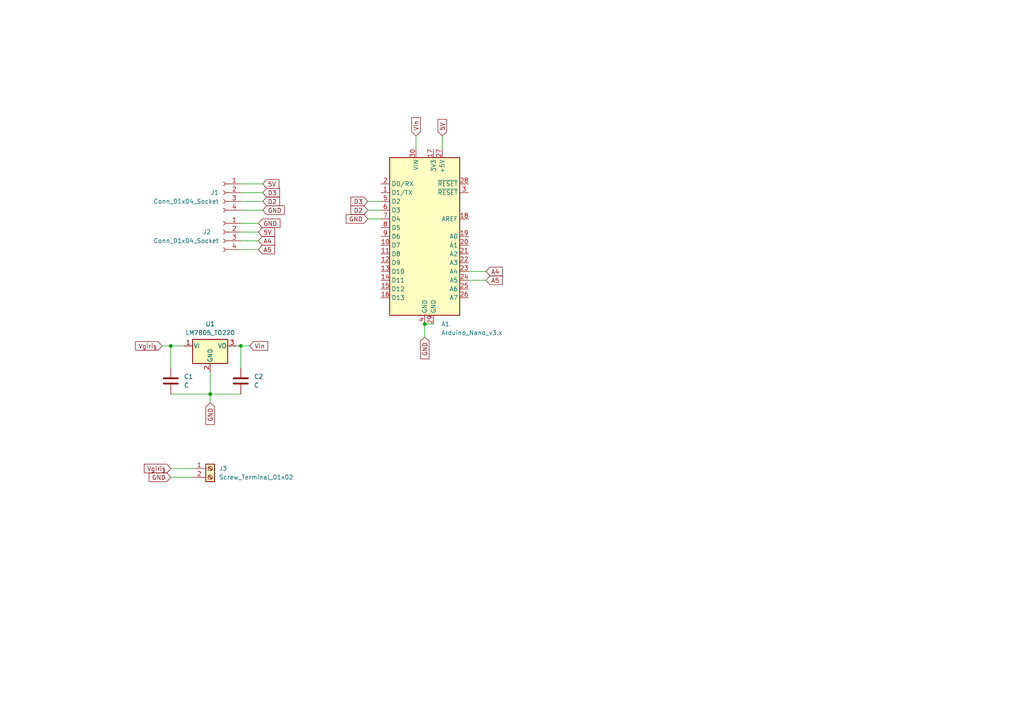
<source format=kicad_sch>
(kicad_sch
	(version 20231120)
	(generator "eeschema")
	(generator_version "8.0")
	(uuid "45a555b6-07c7-47e9-a2c1-2a3c5137c716")
	(paper "A4")
	(lib_symbols
		(symbol "Connector:Conn_01x04_Socket"
			(pin_names
				(offset 1.016) hide)
			(exclude_from_sim no)
			(in_bom yes)
			(on_board yes)
			(property "Reference" "J"
				(at 0 5.08 0)
				(effects
					(font
						(size 1.27 1.27)
					)
				)
			)
			(property "Value" "Conn_01x04_Socket"
				(at 0 -7.62 0)
				(effects
					(font
						(size 1.27 1.27)
					)
				)
			)
			(property "Footprint" ""
				(at 0 0 0)
				(effects
					(font
						(size 1.27 1.27)
					)
					(hide yes)
				)
			)
			(property "Datasheet" "~"
				(at 0 0 0)
				(effects
					(font
						(size 1.27 1.27)
					)
					(hide yes)
				)
			)
			(property "Description" "Generic connector, single row, 01x04, script generated"
				(at 0 0 0)
				(effects
					(font
						(size 1.27 1.27)
					)
					(hide yes)
				)
			)
			(property "ki_locked" ""
				(at 0 0 0)
				(effects
					(font
						(size 1.27 1.27)
					)
				)
			)
			(property "ki_keywords" "connector"
				(at 0 0 0)
				(effects
					(font
						(size 1.27 1.27)
					)
					(hide yes)
				)
			)
			(property "ki_fp_filters" "Connector*:*_1x??_*"
				(at 0 0 0)
				(effects
					(font
						(size 1.27 1.27)
					)
					(hide yes)
				)
			)
			(symbol "Conn_01x04_Socket_1_1"
				(arc
					(start 0 -4.572)
					(mid -0.5058 -5.08)
					(end 0 -5.588)
					(stroke
						(width 0.1524)
						(type default)
					)
					(fill
						(type none)
					)
				)
				(arc
					(start 0 -2.032)
					(mid -0.5058 -2.54)
					(end 0 -3.048)
					(stroke
						(width 0.1524)
						(type default)
					)
					(fill
						(type none)
					)
				)
				(polyline
					(pts
						(xy -1.27 -5.08) (xy -0.508 -5.08)
					)
					(stroke
						(width 0.1524)
						(type default)
					)
					(fill
						(type none)
					)
				)
				(polyline
					(pts
						(xy -1.27 -2.54) (xy -0.508 -2.54)
					)
					(stroke
						(width 0.1524)
						(type default)
					)
					(fill
						(type none)
					)
				)
				(polyline
					(pts
						(xy -1.27 0) (xy -0.508 0)
					)
					(stroke
						(width 0.1524)
						(type default)
					)
					(fill
						(type none)
					)
				)
				(polyline
					(pts
						(xy -1.27 2.54) (xy -0.508 2.54)
					)
					(stroke
						(width 0.1524)
						(type default)
					)
					(fill
						(type none)
					)
				)
				(arc
					(start 0 0.508)
					(mid -0.5058 0)
					(end 0 -0.508)
					(stroke
						(width 0.1524)
						(type default)
					)
					(fill
						(type none)
					)
				)
				(arc
					(start 0 3.048)
					(mid -0.5058 2.54)
					(end 0 2.032)
					(stroke
						(width 0.1524)
						(type default)
					)
					(fill
						(type none)
					)
				)
				(pin passive line
					(at -5.08 2.54 0)
					(length 3.81)
					(name "Pin_1"
						(effects
							(font
								(size 1.27 1.27)
							)
						)
					)
					(number "1"
						(effects
							(font
								(size 1.27 1.27)
							)
						)
					)
				)
				(pin passive line
					(at -5.08 0 0)
					(length 3.81)
					(name "Pin_2"
						(effects
							(font
								(size 1.27 1.27)
							)
						)
					)
					(number "2"
						(effects
							(font
								(size 1.27 1.27)
							)
						)
					)
				)
				(pin passive line
					(at -5.08 -2.54 0)
					(length 3.81)
					(name "Pin_3"
						(effects
							(font
								(size 1.27 1.27)
							)
						)
					)
					(number "3"
						(effects
							(font
								(size 1.27 1.27)
							)
						)
					)
				)
				(pin passive line
					(at -5.08 -5.08 0)
					(length 3.81)
					(name "Pin_4"
						(effects
							(font
								(size 1.27 1.27)
							)
						)
					)
					(number "4"
						(effects
							(font
								(size 1.27 1.27)
							)
						)
					)
				)
			)
		)
		(symbol "Connector:Screw_Terminal_01x02"
			(pin_names
				(offset 1.016) hide)
			(exclude_from_sim no)
			(in_bom yes)
			(on_board yes)
			(property "Reference" "J"
				(at 0 2.54 0)
				(effects
					(font
						(size 1.27 1.27)
					)
				)
			)
			(property "Value" "Screw_Terminal_01x02"
				(at 0 -5.08 0)
				(effects
					(font
						(size 1.27 1.27)
					)
				)
			)
			(property "Footprint" ""
				(at 0 0 0)
				(effects
					(font
						(size 1.27 1.27)
					)
					(hide yes)
				)
			)
			(property "Datasheet" "~"
				(at 0 0 0)
				(effects
					(font
						(size 1.27 1.27)
					)
					(hide yes)
				)
			)
			(property "Description" "Generic screw terminal, single row, 01x02, script generated (kicad-library-utils/schlib/autogen/connector/)"
				(at 0 0 0)
				(effects
					(font
						(size 1.27 1.27)
					)
					(hide yes)
				)
			)
			(property "ki_keywords" "screw terminal"
				(at 0 0 0)
				(effects
					(font
						(size 1.27 1.27)
					)
					(hide yes)
				)
			)
			(property "ki_fp_filters" "TerminalBlock*:*"
				(at 0 0 0)
				(effects
					(font
						(size 1.27 1.27)
					)
					(hide yes)
				)
			)
			(symbol "Screw_Terminal_01x02_1_1"
				(rectangle
					(start -1.27 1.27)
					(end 1.27 -3.81)
					(stroke
						(width 0.254)
						(type default)
					)
					(fill
						(type background)
					)
				)
				(circle
					(center 0 -2.54)
					(radius 0.635)
					(stroke
						(width 0.1524)
						(type default)
					)
					(fill
						(type none)
					)
				)
				(polyline
					(pts
						(xy -0.5334 -2.2098) (xy 0.3302 -3.048)
					)
					(stroke
						(width 0.1524)
						(type default)
					)
					(fill
						(type none)
					)
				)
				(polyline
					(pts
						(xy -0.5334 0.3302) (xy 0.3302 -0.508)
					)
					(stroke
						(width 0.1524)
						(type default)
					)
					(fill
						(type none)
					)
				)
				(polyline
					(pts
						(xy -0.3556 -2.032) (xy 0.508 -2.8702)
					)
					(stroke
						(width 0.1524)
						(type default)
					)
					(fill
						(type none)
					)
				)
				(polyline
					(pts
						(xy -0.3556 0.508) (xy 0.508 -0.3302)
					)
					(stroke
						(width 0.1524)
						(type default)
					)
					(fill
						(type none)
					)
				)
				(circle
					(center 0 0)
					(radius 0.635)
					(stroke
						(width 0.1524)
						(type default)
					)
					(fill
						(type none)
					)
				)
				(pin passive line
					(at -5.08 0 0)
					(length 3.81)
					(name "Pin_1"
						(effects
							(font
								(size 1.27 1.27)
							)
						)
					)
					(number "1"
						(effects
							(font
								(size 1.27 1.27)
							)
						)
					)
				)
				(pin passive line
					(at -5.08 -2.54 0)
					(length 3.81)
					(name "Pin_2"
						(effects
							(font
								(size 1.27 1.27)
							)
						)
					)
					(number "2"
						(effects
							(font
								(size 1.27 1.27)
							)
						)
					)
				)
			)
		)
		(symbol "Device:C"
			(pin_numbers hide)
			(pin_names
				(offset 0.254)
			)
			(exclude_from_sim no)
			(in_bom yes)
			(on_board yes)
			(property "Reference" "C"
				(at 0.635 2.54 0)
				(effects
					(font
						(size 1.27 1.27)
					)
					(justify left)
				)
			)
			(property "Value" "C"
				(at 0.635 -2.54 0)
				(effects
					(font
						(size 1.27 1.27)
					)
					(justify left)
				)
			)
			(property "Footprint" ""
				(at 0.9652 -3.81 0)
				(effects
					(font
						(size 1.27 1.27)
					)
					(hide yes)
				)
			)
			(property "Datasheet" "~"
				(at 0 0 0)
				(effects
					(font
						(size 1.27 1.27)
					)
					(hide yes)
				)
			)
			(property "Description" "Unpolarized capacitor"
				(at 0 0 0)
				(effects
					(font
						(size 1.27 1.27)
					)
					(hide yes)
				)
			)
			(property "ki_keywords" "cap capacitor"
				(at 0 0 0)
				(effects
					(font
						(size 1.27 1.27)
					)
					(hide yes)
				)
			)
			(property "ki_fp_filters" "C_*"
				(at 0 0 0)
				(effects
					(font
						(size 1.27 1.27)
					)
					(hide yes)
				)
			)
			(symbol "C_0_1"
				(polyline
					(pts
						(xy -2.032 -0.762) (xy 2.032 -0.762)
					)
					(stroke
						(width 0.508)
						(type default)
					)
					(fill
						(type none)
					)
				)
				(polyline
					(pts
						(xy -2.032 0.762) (xy 2.032 0.762)
					)
					(stroke
						(width 0.508)
						(type default)
					)
					(fill
						(type none)
					)
				)
			)
			(symbol "C_1_1"
				(pin passive line
					(at 0 3.81 270)
					(length 2.794)
					(name "~"
						(effects
							(font
								(size 1.27 1.27)
							)
						)
					)
					(number "1"
						(effects
							(font
								(size 1.27 1.27)
							)
						)
					)
				)
				(pin passive line
					(at 0 -3.81 90)
					(length 2.794)
					(name "~"
						(effects
							(font
								(size 1.27 1.27)
							)
						)
					)
					(number "2"
						(effects
							(font
								(size 1.27 1.27)
							)
						)
					)
				)
			)
		)
		(symbol "MCU_Module:Arduino_Nano_v3.x"
			(exclude_from_sim no)
			(in_bom yes)
			(on_board yes)
			(property "Reference" "A"
				(at -10.16 23.495 0)
				(effects
					(font
						(size 1.27 1.27)
					)
					(justify left bottom)
				)
			)
			(property "Value" "Arduino_Nano_v3.x"
				(at 5.08 -24.13 0)
				(effects
					(font
						(size 1.27 1.27)
					)
					(justify left top)
				)
			)
			(property "Footprint" "Module:Arduino_Nano"
				(at 0 0 0)
				(effects
					(font
						(size 1.27 1.27)
						(italic yes)
					)
					(hide yes)
				)
			)
			(property "Datasheet" "http://www.mouser.com/pdfdocs/Gravitech_Arduino_Nano3_0.pdf"
				(at 0 0 0)
				(effects
					(font
						(size 1.27 1.27)
					)
					(hide yes)
				)
			)
			(property "Description" "Arduino Nano v3.x"
				(at 0 0 0)
				(effects
					(font
						(size 1.27 1.27)
					)
					(hide yes)
				)
			)
			(property "ki_keywords" "Arduino nano microcontroller module USB"
				(at 0 0 0)
				(effects
					(font
						(size 1.27 1.27)
					)
					(hide yes)
				)
			)
			(property "ki_fp_filters" "Arduino*Nano*"
				(at 0 0 0)
				(effects
					(font
						(size 1.27 1.27)
					)
					(hide yes)
				)
			)
			(symbol "Arduino_Nano_v3.x_0_1"
				(rectangle
					(start -10.16 22.86)
					(end 10.16 -22.86)
					(stroke
						(width 0.254)
						(type default)
					)
					(fill
						(type background)
					)
				)
			)
			(symbol "Arduino_Nano_v3.x_1_1"
				(pin bidirectional line
					(at -12.7 12.7 0)
					(length 2.54)
					(name "D1/TX"
						(effects
							(font
								(size 1.27 1.27)
							)
						)
					)
					(number "1"
						(effects
							(font
								(size 1.27 1.27)
							)
						)
					)
				)
				(pin bidirectional line
					(at -12.7 -2.54 0)
					(length 2.54)
					(name "D7"
						(effects
							(font
								(size 1.27 1.27)
							)
						)
					)
					(number "10"
						(effects
							(font
								(size 1.27 1.27)
							)
						)
					)
				)
				(pin bidirectional line
					(at -12.7 -5.08 0)
					(length 2.54)
					(name "D8"
						(effects
							(font
								(size 1.27 1.27)
							)
						)
					)
					(number "11"
						(effects
							(font
								(size 1.27 1.27)
							)
						)
					)
				)
				(pin bidirectional line
					(at -12.7 -7.62 0)
					(length 2.54)
					(name "D9"
						(effects
							(font
								(size 1.27 1.27)
							)
						)
					)
					(number "12"
						(effects
							(font
								(size 1.27 1.27)
							)
						)
					)
				)
				(pin bidirectional line
					(at -12.7 -10.16 0)
					(length 2.54)
					(name "D10"
						(effects
							(font
								(size 1.27 1.27)
							)
						)
					)
					(number "13"
						(effects
							(font
								(size 1.27 1.27)
							)
						)
					)
				)
				(pin bidirectional line
					(at -12.7 -12.7 0)
					(length 2.54)
					(name "D11"
						(effects
							(font
								(size 1.27 1.27)
							)
						)
					)
					(number "14"
						(effects
							(font
								(size 1.27 1.27)
							)
						)
					)
				)
				(pin bidirectional line
					(at -12.7 -15.24 0)
					(length 2.54)
					(name "D12"
						(effects
							(font
								(size 1.27 1.27)
							)
						)
					)
					(number "15"
						(effects
							(font
								(size 1.27 1.27)
							)
						)
					)
				)
				(pin bidirectional line
					(at -12.7 -17.78 0)
					(length 2.54)
					(name "D13"
						(effects
							(font
								(size 1.27 1.27)
							)
						)
					)
					(number "16"
						(effects
							(font
								(size 1.27 1.27)
							)
						)
					)
				)
				(pin power_out line
					(at 2.54 25.4 270)
					(length 2.54)
					(name "3V3"
						(effects
							(font
								(size 1.27 1.27)
							)
						)
					)
					(number "17"
						(effects
							(font
								(size 1.27 1.27)
							)
						)
					)
				)
				(pin input line
					(at 12.7 5.08 180)
					(length 2.54)
					(name "AREF"
						(effects
							(font
								(size 1.27 1.27)
							)
						)
					)
					(number "18"
						(effects
							(font
								(size 1.27 1.27)
							)
						)
					)
				)
				(pin bidirectional line
					(at 12.7 0 180)
					(length 2.54)
					(name "A0"
						(effects
							(font
								(size 1.27 1.27)
							)
						)
					)
					(number "19"
						(effects
							(font
								(size 1.27 1.27)
							)
						)
					)
				)
				(pin bidirectional line
					(at -12.7 15.24 0)
					(length 2.54)
					(name "D0/RX"
						(effects
							(font
								(size 1.27 1.27)
							)
						)
					)
					(number "2"
						(effects
							(font
								(size 1.27 1.27)
							)
						)
					)
				)
				(pin bidirectional line
					(at 12.7 -2.54 180)
					(length 2.54)
					(name "A1"
						(effects
							(font
								(size 1.27 1.27)
							)
						)
					)
					(number "20"
						(effects
							(font
								(size 1.27 1.27)
							)
						)
					)
				)
				(pin bidirectional line
					(at 12.7 -5.08 180)
					(length 2.54)
					(name "A2"
						(effects
							(font
								(size 1.27 1.27)
							)
						)
					)
					(number "21"
						(effects
							(font
								(size 1.27 1.27)
							)
						)
					)
				)
				(pin bidirectional line
					(at 12.7 -7.62 180)
					(length 2.54)
					(name "A3"
						(effects
							(font
								(size 1.27 1.27)
							)
						)
					)
					(number "22"
						(effects
							(font
								(size 1.27 1.27)
							)
						)
					)
				)
				(pin bidirectional line
					(at 12.7 -10.16 180)
					(length 2.54)
					(name "A4"
						(effects
							(font
								(size 1.27 1.27)
							)
						)
					)
					(number "23"
						(effects
							(font
								(size 1.27 1.27)
							)
						)
					)
				)
				(pin bidirectional line
					(at 12.7 -12.7 180)
					(length 2.54)
					(name "A5"
						(effects
							(font
								(size 1.27 1.27)
							)
						)
					)
					(number "24"
						(effects
							(font
								(size 1.27 1.27)
							)
						)
					)
				)
				(pin bidirectional line
					(at 12.7 -15.24 180)
					(length 2.54)
					(name "A6"
						(effects
							(font
								(size 1.27 1.27)
							)
						)
					)
					(number "25"
						(effects
							(font
								(size 1.27 1.27)
							)
						)
					)
				)
				(pin bidirectional line
					(at 12.7 -17.78 180)
					(length 2.54)
					(name "A7"
						(effects
							(font
								(size 1.27 1.27)
							)
						)
					)
					(number "26"
						(effects
							(font
								(size 1.27 1.27)
							)
						)
					)
				)
				(pin power_out line
					(at 5.08 25.4 270)
					(length 2.54)
					(name "+5V"
						(effects
							(font
								(size 1.27 1.27)
							)
						)
					)
					(number "27"
						(effects
							(font
								(size 1.27 1.27)
							)
						)
					)
				)
				(pin input line
					(at 12.7 15.24 180)
					(length 2.54)
					(name "~{RESET}"
						(effects
							(font
								(size 1.27 1.27)
							)
						)
					)
					(number "28"
						(effects
							(font
								(size 1.27 1.27)
							)
						)
					)
				)
				(pin power_in line
					(at 2.54 -25.4 90)
					(length 2.54)
					(name "GND"
						(effects
							(font
								(size 1.27 1.27)
							)
						)
					)
					(number "29"
						(effects
							(font
								(size 1.27 1.27)
							)
						)
					)
				)
				(pin input line
					(at 12.7 12.7 180)
					(length 2.54)
					(name "~{RESET}"
						(effects
							(font
								(size 1.27 1.27)
							)
						)
					)
					(number "3"
						(effects
							(font
								(size 1.27 1.27)
							)
						)
					)
				)
				(pin power_in line
					(at -2.54 25.4 270)
					(length 2.54)
					(name "VIN"
						(effects
							(font
								(size 1.27 1.27)
							)
						)
					)
					(number "30"
						(effects
							(font
								(size 1.27 1.27)
							)
						)
					)
				)
				(pin power_in line
					(at 0 -25.4 90)
					(length 2.54)
					(name "GND"
						(effects
							(font
								(size 1.27 1.27)
							)
						)
					)
					(number "4"
						(effects
							(font
								(size 1.27 1.27)
							)
						)
					)
				)
				(pin bidirectional line
					(at -12.7 10.16 0)
					(length 2.54)
					(name "D2"
						(effects
							(font
								(size 1.27 1.27)
							)
						)
					)
					(number "5"
						(effects
							(font
								(size 1.27 1.27)
							)
						)
					)
				)
				(pin bidirectional line
					(at -12.7 7.62 0)
					(length 2.54)
					(name "D3"
						(effects
							(font
								(size 1.27 1.27)
							)
						)
					)
					(number "6"
						(effects
							(font
								(size 1.27 1.27)
							)
						)
					)
				)
				(pin bidirectional line
					(at -12.7 5.08 0)
					(length 2.54)
					(name "D4"
						(effects
							(font
								(size 1.27 1.27)
							)
						)
					)
					(number "7"
						(effects
							(font
								(size 1.27 1.27)
							)
						)
					)
				)
				(pin bidirectional line
					(at -12.7 2.54 0)
					(length 2.54)
					(name "D5"
						(effects
							(font
								(size 1.27 1.27)
							)
						)
					)
					(number "8"
						(effects
							(font
								(size 1.27 1.27)
							)
						)
					)
				)
				(pin bidirectional line
					(at -12.7 0 0)
					(length 2.54)
					(name "D6"
						(effects
							(font
								(size 1.27 1.27)
							)
						)
					)
					(number "9"
						(effects
							(font
								(size 1.27 1.27)
							)
						)
					)
				)
			)
		)
		(symbol "Regulator_Linear:LM7805_TO220"
			(pin_names
				(offset 0.254)
			)
			(exclude_from_sim no)
			(in_bom yes)
			(on_board yes)
			(property "Reference" "U"
				(at -3.81 3.175 0)
				(effects
					(font
						(size 1.27 1.27)
					)
				)
			)
			(property "Value" "LM7805_TO220"
				(at 0 3.175 0)
				(effects
					(font
						(size 1.27 1.27)
					)
					(justify left)
				)
			)
			(property "Footprint" "Package_TO_SOT_THT:TO-220-3_Vertical"
				(at 0 5.715 0)
				(effects
					(font
						(size 1.27 1.27)
						(italic yes)
					)
					(hide yes)
				)
			)
			(property "Datasheet" "https://www.onsemi.cn/PowerSolutions/document/MC7800-D.PDF"
				(at 0 -1.27 0)
				(effects
					(font
						(size 1.27 1.27)
					)
					(hide yes)
				)
			)
			(property "Description" "Positive 1A 35V Linear Regulator, Fixed Output 5V, TO-220"
				(at 0 0 0)
				(effects
					(font
						(size 1.27 1.27)
					)
					(hide yes)
				)
			)
			(property "ki_keywords" "Voltage Regulator 1A Positive"
				(at 0 0 0)
				(effects
					(font
						(size 1.27 1.27)
					)
					(hide yes)
				)
			)
			(property "ki_fp_filters" "TO?220*"
				(at 0 0 0)
				(effects
					(font
						(size 1.27 1.27)
					)
					(hide yes)
				)
			)
			(symbol "LM7805_TO220_0_1"
				(rectangle
					(start -5.08 1.905)
					(end 5.08 -5.08)
					(stroke
						(width 0.254)
						(type default)
					)
					(fill
						(type background)
					)
				)
			)
			(symbol "LM7805_TO220_1_1"
				(pin power_in line
					(at -7.62 0 0)
					(length 2.54)
					(name "VI"
						(effects
							(font
								(size 1.27 1.27)
							)
						)
					)
					(number "1"
						(effects
							(font
								(size 1.27 1.27)
							)
						)
					)
				)
				(pin power_in line
					(at 0 -7.62 90)
					(length 2.54)
					(name "GND"
						(effects
							(font
								(size 1.27 1.27)
							)
						)
					)
					(number "2"
						(effects
							(font
								(size 1.27 1.27)
							)
						)
					)
				)
				(pin power_out line
					(at 7.62 0 180)
					(length 2.54)
					(name "VO"
						(effects
							(font
								(size 1.27 1.27)
							)
						)
					)
					(number "3"
						(effects
							(font
								(size 1.27 1.27)
							)
						)
					)
				)
			)
		)
	)
	(junction
		(at 60.96 114.3)
		(diameter 0)
		(color 0 0 0 0)
		(uuid "223d26c1-0e41-4ecf-8f6a-0069fd2d3590")
	)
	(junction
		(at 123.19 93.98)
		(diameter 0)
		(color 0 0 0 0)
		(uuid "6f72dafc-e404-440e-acd9-1027d4261d7f")
	)
	(junction
		(at 69.85 100.33)
		(diameter 0)
		(color 0 0 0 0)
		(uuid "ba434397-6b9d-412c-9dca-5afd8796d496")
	)
	(junction
		(at 49.53 100.33)
		(diameter 0)
		(color 0 0 0 0)
		(uuid "d1c93bdf-c705-46bb-923e-1cecadbfb410")
	)
	(wire
		(pts
			(xy 49.53 135.89) (xy 55.88 135.89)
		)
		(stroke
			(width 0)
			(type default)
		)
		(uuid "00395316-3b3d-43f9-bd20-50c0c56dc491")
	)
	(wire
		(pts
			(xy 60.96 114.3) (xy 69.85 114.3)
		)
		(stroke
			(width 0)
			(type default)
		)
		(uuid "031a396b-83ba-4fb1-9cc1-ff62f5dd9fc5")
	)
	(wire
		(pts
			(xy 60.96 114.3) (xy 60.96 116.84)
		)
		(stroke
			(width 0)
			(type default)
		)
		(uuid "0e221706-2a23-493e-8c80-8858610b00ce")
	)
	(wire
		(pts
			(xy 69.85 100.33) (xy 72.39 100.33)
		)
		(stroke
			(width 0)
			(type default)
		)
		(uuid "0fdc2051-0760-4e9a-bbcd-518c6efb6754")
	)
	(wire
		(pts
			(xy 69.85 64.77) (xy 74.93 64.77)
		)
		(stroke
			(width 0)
			(type default)
		)
		(uuid "19324e0c-c606-40a2-aafe-a2402185d35d")
	)
	(wire
		(pts
			(xy 123.19 93.98) (xy 125.73 93.98)
		)
		(stroke
			(width 0)
			(type default)
		)
		(uuid "28052508-f63d-4fb7-92e1-0db7f04c9d61")
	)
	(wire
		(pts
			(xy 68.58 100.33) (xy 69.85 100.33)
		)
		(stroke
			(width 0)
			(type default)
		)
		(uuid "2bffcbaf-0e64-45bd-95a6-68b74a3f7942")
	)
	(wire
		(pts
			(xy 46.99 100.33) (xy 49.53 100.33)
		)
		(stroke
			(width 0)
			(type default)
		)
		(uuid "3397c866-2f8b-4c34-8f63-3cff97ae6929")
	)
	(wire
		(pts
			(xy 49.53 100.33) (xy 49.53 106.68)
		)
		(stroke
			(width 0)
			(type default)
		)
		(uuid "3f4c6a7f-a58c-4d12-84d9-a203b6d0da87")
	)
	(wire
		(pts
			(xy 76.2 53.34) (xy 69.85 53.34)
		)
		(stroke
			(width 0)
			(type default)
		)
		(uuid "4c29bbe6-f667-4ac5-b7bb-5f1c954cef93")
	)
	(wire
		(pts
			(xy 69.85 55.88) (xy 76.2 55.88)
		)
		(stroke
			(width 0)
			(type default)
		)
		(uuid "4f928aac-5fdf-43a1-bbad-2f47990be075")
	)
	(wire
		(pts
			(xy 60.96 114.3) (xy 49.53 114.3)
		)
		(stroke
			(width 0)
			(type default)
		)
		(uuid "5bfd94ed-ecdd-40cc-a389-1743b0d129a6")
	)
	(wire
		(pts
			(xy 69.85 72.39) (xy 74.93 72.39)
		)
		(stroke
			(width 0)
			(type default)
		)
		(uuid "68cb134c-3db8-40b8-bc96-3a422f8e04f6")
	)
	(wire
		(pts
			(xy 135.89 81.28) (xy 140.97 81.28)
		)
		(stroke
			(width 0)
			(type default)
		)
		(uuid "70021090-2119-4912-90dd-06196f1aa459")
	)
	(wire
		(pts
			(xy 123.19 93.98) (xy 123.19 97.79)
		)
		(stroke
			(width 0)
			(type default)
		)
		(uuid "75887fd5-43f8-4843-af2b-4797829bf7d3")
	)
	(wire
		(pts
			(xy 69.85 60.96) (xy 76.2 60.96)
		)
		(stroke
			(width 0)
			(type default)
		)
		(uuid "79acc723-21d8-4f18-a728-6dfb4dc0d596")
	)
	(wire
		(pts
			(xy 128.27 39.37) (xy 128.27 43.18)
		)
		(stroke
			(width 0)
			(type default)
		)
		(uuid "803d39ca-1d70-4e85-b5bd-2db5b2b45219")
	)
	(wire
		(pts
			(xy 69.85 69.85) (xy 74.93 69.85)
		)
		(stroke
			(width 0)
			(type default)
		)
		(uuid "8089d6b4-f899-4b82-872f-a2596495af1d")
	)
	(wire
		(pts
			(xy 106.68 60.96) (xy 110.49 60.96)
		)
		(stroke
			(width 0)
			(type default)
		)
		(uuid "8a12d30b-af33-4cb6-8f29-7258091952d6")
	)
	(wire
		(pts
			(xy 69.85 100.33) (xy 69.85 106.68)
		)
		(stroke
			(width 0)
			(type default)
		)
		(uuid "8fc6547c-118d-4014-88dd-41dfdb0aeca8")
	)
	(wire
		(pts
			(xy 69.85 67.31) (xy 74.93 67.31)
		)
		(stroke
			(width 0)
			(type default)
		)
		(uuid "980a16ab-5209-4afc-9ad4-7b5e5857a116")
	)
	(wire
		(pts
			(xy 135.89 78.74) (xy 140.97 78.74)
		)
		(stroke
			(width 0)
			(type default)
		)
		(uuid "a8a28ea3-eae0-4ea2-8269-b5d0b8b4d0d5")
	)
	(wire
		(pts
			(xy 60.96 107.95) (xy 60.96 114.3)
		)
		(stroke
			(width 0)
			(type default)
		)
		(uuid "b13f663d-c271-490d-a95c-7fe30ebb3c0d")
	)
	(wire
		(pts
			(xy 53.34 100.33) (xy 49.53 100.33)
		)
		(stroke
			(width 0)
			(type default)
		)
		(uuid "b57bf05a-ef89-4107-b49c-a10de5b94721")
	)
	(wire
		(pts
			(xy 69.85 58.42) (xy 76.2 58.42)
		)
		(stroke
			(width 0)
			(type default)
		)
		(uuid "d204ae1a-8f90-4e18-a4b4-3a19f2eab62d")
	)
	(wire
		(pts
			(xy 55.88 138.43) (xy 49.53 138.43)
		)
		(stroke
			(width 0)
			(type default)
		)
		(uuid "e0c37805-d61b-48a7-a9ae-e51eaadc3f98")
	)
	(wire
		(pts
			(xy 106.68 58.42) (xy 110.49 58.42)
		)
		(stroke
			(width 0)
			(type default)
		)
		(uuid "e16b0d7c-54be-4097-819b-df9a5ef2a297")
	)
	(wire
		(pts
			(xy 120.65 39.37) (xy 120.65 43.18)
		)
		(stroke
			(width 0)
			(type default)
		)
		(uuid "f085c3c2-f858-4985-822a-a54dc3a0e01c")
	)
	(wire
		(pts
			(xy 106.68 63.5) (xy 110.49 63.5)
		)
		(stroke
			(width 0)
			(type default)
		)
		(uuid "f786f87e-65b6-4728-b10d-418076420f2d")
	)
	(global_label "A4"
		(shape input)
		(at 74.93 69.85 0)
		(fields_autoplaced yes)
		(effects
			(font
				(size 1.27 1.27)
			)
			(justify left)
		)
		(uuid "12294815-ff12-4d32-b009-fafec71c3250")
		(property "Intersheetrefs" "${INTERSHEET_REFS}"
			(at 80.2133 69.85 0)
			(effects
				(font
					(size 1.27 1.27)
				)
				(justify left)
				(hide yes)
			)
		)
	)
	(global_label "5V"
		(shape input)
		(at 74.93 67.31 0)
		(fields_autoplaced yes)
		(effects
			(font
				(size 1.27 1.27)
			)
			(justify left)
		)
		(uuid "168690f8-0b2f-4c8c-be74-1bcdde55e0d8")
		(property "Intersheetrefs" "${INTERSHEET_REFS}"
			(at 80.2133 67.31 0)
			(effects
				(font
					(size 1.27 1.27)
				)
				(justify left)
				(hide yes)
			)
		)
	)
	(global_label "5V"
		(shape input)
		(at 76.2 53.34 0)
		(fields_autoplaced yes)
		(effects
			(font
				(size 1.27 1.27)
			)
			(justify left)
		)
		(uuid "25b1d041-0871-48e0-97d5-742b72658155")
		(property "Intersheetrefs" "${INTERSHEET_REFS}"
			(at 81.4833 53.34 0)
			(effects
				(font
					(size 1.27 1.27)
				)
				(justify left)
				(hide yes)
			)
		)
	)
	(global_label "GND"
		(shape input)
		(at 74.93 64.77 0)
		(fields_autoplaced yes)
		(effects
			(font
				(size 1.27 1.27)
			)
			(justify left)
		)
		(uuid "2bbf1733-e210-449d-b0b9-831e66b72175")
		(property "Intersheetrefs" "${INTERSHEET_REFS}"
			(at 81.7857 64.77 0)
			(effects
				(font
					(size 1.27 1.27)
				)
				(justify left)
				(hide yes)
			)
		)
	)
	(global_label "A4"
		(shape input)
		(at 140.97 78.74 0)
		(fields_autoplaced yes)
		(effects
			(font
				(size 1.27 1.27)
			)
			(justify left)
		)
		(uuid "2cd0df66-56d2-425e-ac24-c0715f68edf3")
		(property "Intersheetrefs" "${INTERSHEET_REFS}"
			(at 146.2533 78.74 0)
			(effects
				(font
					(size 1.27 1.27)
				)
				(justify left)
				(hide yes)
			)
		)
	)
	(global_label "D3"
		(shape input)
		(at 76.2 55.88 0)
		(fields_autoplaced yes)
		(effects
			(font
				(size 1.27 1.27)
			)
			(justify left)
		)
		(uuid "41bc6c4f-1c64-4bae-8284-90f7f0a2cfd4")
		(property "Intersheetrefs" "${INTERSHEET_REFS}"
			(at 81.6647 55.88 0)
			(effects
				(font
					(size 1.27 1.27)
				)
				(justify left)
				(hide yes)
			)
		)
	)
	(global_label "GND"
		(shape input)
		(at 123.19 97.79 270)
		(fields_autoplaced yes)
		(effects
			(font
				(size 1.27 1.27)
			)
			(justify right)
		)
		(uuid "5df28aa0-b451-4b9d-acc9-208accfe6c4e")
		(property "Intersheetrefs" "${INTERSHEET_REFS}"
			(at 123.19 104.6457 90)
			(effects
				(font
					(size 1.27 1.27)
				)
				(justify right)
				(hide yes)
			)
		)
	)
	(global_label "GND"
		(shape input)
		(at 49.53 138.43 180)
		(fields_autoplaced yes)
		(effects
			(font
				(size 1.27 1.27)
			)
			(justify right)
		)
		(uuid "80af69eb-abfe-4072-b5ea-da89be70c872")
		(property "Intersheetrefs" "${INTERSHEET_REFS}"
			(at 42.6743 138.43 0)
			(effects
				(font
					(size 1.27 1.27)
				)
				(justify right)
				(hide yes)
			)
		)
	)
	(global_label "Vin"
		(shape input)
		(at 120.65 39.37 90)
		(fields_autoplaced yes)
		(effects
			(font
				(size 1.27 1.27)
			)
			(justify left)
		)
		(uuid "8236f2f4-1d85-4ae8-a59e-3dc1d11416f4")
		(property "Intersheetrefs" "${INTERSHEET_REFS}"
			(at 120.65 33.5424 90)
			(effects
				(font
					(size 1.27 1.27)
				)
				(justify left)
				(hide yes)
			)
		)
	)
	(global_label "D2"
		(shape input)
		(at 76.2 58.42 0)
		(fields_autoplaced yes)
		(effects
			(font
				(size 1.27 1.27)
			)
			(justify left)
		)
		(uuid "96bcea92-7576-42dd-9122-ffad8f091c9f")
		(property "Intersheetrefs" "${INTERSHEET_REFS}"
			(at 81.6647 58.42 0)
			(effects
				(font
					(size 1.27 1.27)
				)
				(justify left)
				(hide yes)
			)
		)
	)
	(global_label "D3"
		(shape input)
		(at 106.68 58.42 180)
		(fields_autoplaced yes)
		(effects
			(font
				(size 1.27 1.27)
			)
			(justify right)
		)
		(uuid "9c2692a8-8ed5-4920-8329-ec34656130db")
		(property "Intersheetrefs" "${INTERSHEET_REFS}"
			(at 101.2153 58.42 0)
			(effects
				(font
					(size 1.27 1.27)
				)
				(justify right)
				(hide yes)
			)
		)
	)
	(global_label "A5"
		(shape input)
		(at 74.93 72.39 0)
		(fields_autoplaced yes)
		(effects
			(font
				(size 1.27 1.27)
			)
			(justify left)
		)
		(uuid "a18ad9f7-0bb4-4361-bc44-870f281de572")
		(property "Intersheetrefs" "${INTERSHEET_REFS}"
			(at 80.2133 72.39 0)
			(effects
				(font
					(size 1.27 1.27)
				)
				(justify left)
				(hide yes)
			)
		)
	)
	(global_label "Vgiriş"
		(shape input)
		(at 46.99 100.33 180)
		(fields_autoplaced yes)
		(effects
			(font
				(size 1.27 1.27)
			)
			(justify right)
		)
		(uuid "a2b2b752-7626-46c4-8261-f8e6181dc43a")
		(property "Intersheetrefs" "${INTERSHEET_REFS}"
			(at 38.7433 100.33 0)
			(effects
				(font
					(size 1.27 1.27)
				)
				(justify right)
				(hide yes)
			)
		)
	)
	(global_label "D2"
		(shape input)
		(at 106.68 60.96 180)
		(fields_autoplaced yes)
		(effects
			(font
				(size 1.27 1.27)
			)
			(justify right)
		)
		(uuid "a33be43c-864c-460b-9005-f2460b9a74ba")
		(property "Intersheetrefs" "${INTERSHEET_REFS}"
			(at 101.2153 60.96 0)
			(effects
				(font
					(size 1.27 1.27)
				)
				(justify right)
				(hide yes)
			)
		)
	)
	(global_label "GND"
		(shape input)
		(at 106.68 63.5 180)
		(fields_autoplaced yes)
		(effects
			(font
				(size 1.27 1.27)
			)
			(justify right)
		)
		(uuid "b158da05-3a97-4b33-87c8-d41de775a8aa")
		(property "Intersheetrefs" "${INTERSHEET_REFS}"
			(at 99.8243 63.5 0)
			(effects
				(font
					(size 1.27 1.27)
				)
				(justify right)
				(hide yes)
			)
		)
	)
	(global_label "Vgiriş"
		(shape input)
		(at 49.53 135.89 180)
		(fields_autoplaced yes)
		(effects
			(font
				(size 1.27 1.27)
			)
			(justify right)
		)
		(uuid "ba92ec2f-b1d3-4557-bbe5-c6ec5a5402ed")
		(property "Intersheetrefs" "${INTERSHEET_REFS}"
			(at 41.2833 135.89 0)
			(effects
				(font
					(size 1.27 1.27)
				)
				(justify right)
				(hide yes)
			)
		)
	)
	(global_label "5V"
		(shape input)
		(at 128.27 39.37 90)
		(fields_autoplaced yes)
		(effects
			(font
				(size 1.27 1.27)
			)
			(justify left)
		)
		(uuid "bf48a584-bb55-47ff-b53f-4687a4c0eaab")
		(property "Intersheetrefs" "${INTERSHEET_REFS}"
			(at 128.27 34.0867 90)
			(effects
				(font
					(size 1.27 1.27)
				)
				(justify left)
				(hide yes)
			)
		)
	)
	(global_label "Vin"
		(shape input)
		(at 72.39 100.33 0)
		(fields_autoplaced yes)
		(effects
			(font
				(size 1.27 1.27)
			)
			(justify left)
		)
		(uuid "c6fe3d08-fc8c-459d-a0dd-2eadbb7798d6")
		(property "Intersheetrefs" "${INTERSHEET_REFS}"
			(at 78.2176 100.33 0)
			(effects
				(font
					(size 1.27 1.27)
				)
				(justify left)
				(hide yes)
			)
		)
	)
	(global_label "A5"
		(shape input)
		(at 140.97 81.28 0)
		(fields_autoplaced yes)
		(effects
			(font
				(size 1.27 1.27)
			)
			(justify left)
		)
		(uuid "f0491da3-1e04-449e-be8b-3b001a36b082")
		(property "Intersheetrefs" "${INTERSHEET_REFS}"
			(at 146.2533 81.28 0)
			(effects
				(font
					(size 1.27 1.27)
				)
				(justify left)
				(hide yes)
			)
		)
	)
	(global_label "GND"
		(shape input)
		(at 76.2 60.96 0)
		(fields_autoplaced yes)
		(effects
			(font
				(size 1.27 1.27)
			)
			(justify left)
		)
		(uuid "f57fc1fb-14b2-4f6b-8180-6b8a0a8002bc")
		(property "Intersheetrefs" "${INTERSHEET_REFS}"
			(at 83.0557 60.96 0)
			(effects
				(font
					(size 1.27 1.27)
				)
				(justify left)
				(hide yes)
			)
		)
	)
	(global_label "GND"
		(shape input)
		(at 60.96 116.84 270)
		(fields_autoplaced yes)
		(effects
			(font
				(size 1.27 1.27)
			)
			(justify right)
		)
		(uuid "f65986a4-1390-4695-8f13-7980d9d56fab")
		(property "Intersheetrefs" "${INTERSHEET_REFS}"
			(at 60.96 123.6957 90)
			(effects
				(font
					(size 1.27 1.27)
				)
				(justify right)
				(hide yes)
			)
		)
	)
	(symbol
		(lib_id "MCU_Module:Arduino_Nano_v3.x")
		(at 123.19 68.58 0)
		(unit 1)
		(exclude_from_sim no)
		(in_bom yes)
		(on_board yes)
		(dnp no)
		(fields_autoplaced yes)
		(uuid "0a675ffa-8ca1-45bc-bc7c-45a034d0b939")
		(property "Reference" "A1"
			(at 127.9241 93.98 0)
			(effects
				(font
					(size 1.27 1.27)
				)
				(justify left)
			)
		)
		(property "Value" "Arduino_Nano_v3.x"
			(at 127.9241 96.52 0)
			(effects
				(font
					(size 1.27 1.27)
				)
				(justify left)
			)
		)
		(property "Footprint" "Module:Arduino_Nano"
			(at 123.19 68.58 0)
			(effects
				(font
					(size 1.27 1.27)
					(italic yes)
				)
				(hide yes)
			)
		)
		(property "Datasheet" "http://www.mouser.com/pdfdocs/Gravitech_Arduino_Nano3_0.pdf"
			(at 123.19 68.58 0)
			(effects
				(font
					(size 1.27 1.27)
				)
				(hide yes)
			)
		)
		(property "Description" "Arduino Nano v3.x"
			(at 123.19 68.58 0)
			(effects
				(font
					(size 1.27 1.27)
				)
				(hide yes)
			)
		)
		(pin "12"
			(uuid "7d979639-57ee-46bf-b779-e84e185ba690")
		)
		(pin "22"
			(uuid "eb7121d1-843f-42a4-9140-eae6b6d3f5cf")
		)
		(pin "11"
			(uuid "3ded8056-cfb3-48b9-aff5-eadfb8845d7c")
		)
		(pin "23"
			(uuid "1634b46a-51c1-405e-a9ad-159189c334a4")
		)
		(pin "25"
			(uuid "d2d7364b-b0c2-46ba-a308-63ed4170d658")
		)
		(pin "29"
			(uuid "2d3e0ab9-8720-43be-a66b-7ea1547ae965")
		)
		(pin "3"
			(uuid "eb9a7749-58d5-4851-8392-79c9bde93efc")
		)
		(pin "1"
			(uuid "9fab1f47-d832-4b64-bfcb-57e431bc8b9a")
		)
		(pin "24"
			(uuid "6b6f61e4-0a46-4f90-b7dd-747ab9b47ca0")
		)
		(pin "19"
			(uuid "417047d4-657b-47a8-b147-28bde9338d19")
		)
		(pin "30"
			(uuid "c91cb3f2-15ae-405a-94eb-d0d0fbbf7992")
		)
		(pin "4"
			(uuid "fa2aaff5-b3cd-4ac6-a76e-51908c1b6278")
		)
		(pin "5"
			(uuid "3630edf7-ffb0-469d-adf4-cb0ede2d3dd9")
		)
		(pin "6"
			(uuid "b6b92bc8-0d9e-45b9-a780-81157e0e2c6b")
		)
		(pin "13"
			(uuid "fde1df72-d916-416a-990e-77c5018fd1bf")
		)
		(pin "2"
			(uuid "759e5b7e-8a64-4d50-ac8f-95c06707a2ff")
		)
		(pin "20"
			(uuid "8ceab1e2-839b-41b2-94c5-b39e76c6cc99")
		)
		(pin "21"
			(uuid "e8a1e8a3-1bca-4f0c-941e-43c7e339a01c")
		)
		(pin "26"
			(uuid "40e17d6c-03ba-4e39-81d6-cda4e9623721")
		)
		(pin "28"
			(uuid "e907a3df-3b2d-439f-afb1-9698b0a41254")
		)
		(pin "18"
			(uuid "2d1957ef-3cbf-4310-a157-7f2d4e339df6")
		)
		(pin "14"
			(uuid "120f710f-d340-4a66-9716-43b4f8aa8b27")
		)
		(pin "15"
			(uuid "96435e25-174d-42f0-94f7-392e72532d58")
		)
		(pin "27"
			(uuid "a756a47d-7ac6-4277-a7e3-9c1594b4430e")
		)
		(pin "16"
			(uuid "6d096bf8-0dc1-4ee0-9063-cef40df3c7e4")
		)
		(pin "10"
			(uuid "1b4481c5-5287-46ce-92d7-d38a0fa77b77")
		)
		(pin "17"
			(uuid "bccff674-bfcb-4ca6-bf0b-17d13c5ad3bf")
		)
		(pin "7"
			(uuid "4ce1e49e-6d2d-4c55-9f84-dadaaa42d5cf")
		)
		(pin "8"
			(uuid "842cdb38-6fc0-4000-b681-4bf6d66da599")
		)
		(pin "9"
			(uuid "356aa388-8840-4bf6-90a7-15e6a90f9036")
		)
		(instances
			(project "TARTI"
				(path "/45a555b6-07c7-47e9-a2c1-2a3c5137c716"
					(reference "A1")
					(unit 1)
				)
			)
		)
	)
	(symbol
		(lib_id "Connector:Conn_01x04_Socket")
		(at 64.77 67.31 0)
		(mirror y)
		(unit 1)
		(exclude_from_sim no)
		(in_bom yes)
		(on_board yes)
		(dnp no)
		(uuid "418ccce2-a5be-4c13-8726-b733d97f63c9")
		(property "Reference" "J2"
			(at 61.214 67.31 0)
			(effects
				(font
					(size 1.27 1.27)
				)
				(justify left)
			)
		)
		(property "Value" "Conn_01x04_Socket"
			(at 63.5 69.8499 0)
			(effects
				(font
					(size 1.27 1.27)
				)
				(justify left)
			)
		)
		(property "Footprint" "Connector_PinHeader_1.27mm:PinHeader_1x04_P1.27mm_Vertical"
			(at 64.77 67.31 0)
			(effects
				(font
					(size 1.27 1.27)
				)
				(hide yes)
			)
		)
		(property "Datasheet" "~"
			(at 64.77 67.31 0)
			(effects
				(font
					(size 1.27 1.27)
				)
				(hide yes)
			)
		)
		(property "Description" "Generic connector, single row, 01x04, script generated"
			(at 64.77 67.31 0)
			(effects
				(font
					(size 1.27 1.27)
				)
				(hide yes)
			)
		)
		(pin "4"
			(uuid "fead6e43-161e-4203-98d9-41850f8ad360")
		)
		(pin "1"
			(uuid "4963c27d-4d8e-4809-b750-63d1e13982c7")
		)
		(pin "3"
			(uuid "8d679e7c-d8c9-400c-8c01-8af8563c6893")
		)
		(pin "2"
			(uuid "44f32a79-d0b6-47ad-99dd-e019714d9790")
		)
		(instances
			(project "TARTI"
				(path "/45a555b6-07c7-47e9-a2c1-2a3c5137c716"
					(reference "J2")
					(unit 1)
				)
			)
		)
	)
	(symbol
		(lib_id "Regulator_Linear:LM7805_TO220")
		(at 60.96 100.33 0)
		(unit 1)
		(exclude_from_sim no)
		(in_bom yes)
		(on_board yes)
		(dnp no)
		(fields_autoplaced yes)
		(uuid "41dea18a-65de-493c-b8da-0bd948514f74")
		(property "Reference" "U1"
			(at 60.96 93.98 0)
			(effects
				(font
					(size 1.27 1.27)
				)
			)
		)
		(property "Value" "LM7805_TO220"
			(at 60.96 96.52 0)
			(effects
				(font
					(size 1.27 1.27)
				)
			)
		)
		(property "Footprint" "Package_TO_SOT_THT:TO-247-3_Vertical"
			(at 60.96 94.615 0)
			(effects
				(font
					(size 1.27 1.27)
					(italic yes)
				)
				(hide yes)
			)
		)
		(property "Datasheet" "https://www.onsemi.cn/PowerSolutions/document/MC7800-D.PDF"
			(at 60.96 101.6 0)
			(effects
				(font
					(size 1.27 1.27)
				)
				(hide yes)
			)
		)
		(property "Description" "Positive 1A 35V Linear Regulator, Fixed Output 5V, TO-220"
			(at 60.96 100.33 0)
			(effects
				(font
					(size 1.27 1.27)
				)
				(hide yes)
			)
		)
		(pin "3"
			(uuid "9e2c7654-d6cd-48b6-a97f-f2e57717e6a8")
		)
		(pin "1"
			(uuid "dae5601b-dab1-4930-9d42-367c730ea41d")
		)
		(pin "2"
			(uuid "c9a84cb6-3012-4cc7-84f6-08f1f52086d1")
		)
		(instances
			(project "TARTI"
				(path "/45a555b6-07c7-47e9-a2c1-2a3c5137c716"
					(reference "U1")
					(unit 1)
				)
			)
		)
	)
	(symbol
		(lib_id "Device:C")
		(at 49.53 110.49 0)
		(unit 1)
		(exclude_from_sim no)
		(in_bom yes)
		(on_board yes)
		(dnp no)
		(fields_autoplaced yes)
		(uuid "52a7e230-5a9c-4b57-9463-f17443d55379")
		(property "Reference" "C1"
			(at 53.34 109.2199 0)
			(effects
				(font
					(size 1.27 1.27)
				)
				(justify left)
			)
		)
		(property "Value" "C"
			(at 53.34 111.7599 0)
			(effects
				(font
					(size 1.27 1.27)
				)
				(justify left)
			)
		)
		(property "Footprint" "Capacitor_THT:C_Disc_D10.5mm_W5.0mm_P10.00mm"
			(at 50.4952 114.3 0)
			(effects
				(font
					(size 1.27 1.27)
				)
				(hide yes)
			)
		)
		(property "Datasheet" "~"
			(at 49.53 110.49 0)
			(effects
				(font
					(size 1.27 1.27)
				)
				(hide yes)
			)
		)
		(property "Description" "Unpolarized capacitor"
			(at 49.53 110.49 0)
			(effects
				(font
					(size 1.27 1.27)
				)
				(hide yes)
			)
		)
		(pin "1"
			(uuid "4cc26680-7bc8-4e2c-8adb-f9b697cf1679")
		)
		(pin "2"
			(uuid "3d389ab6-ccd1-4a5b-a84d-d5be812b41a4")
		)
		(instances
			(project "TARTI"
				(path "/45a555b6-07c7-47e9-a2c1-2a3c5137c716"
					(reference "C1")
					(unit 1)
				)
			)
		)
	)
	(symbol
		(lib_id "Connector:Screw_Terminal_01x02")
		(at 60.96 135.89 0)
		(unit 1)
		(exclude_from_sim no)
		(in_bom yes)
		(on_board yes)
		(dnp no)
		(fields_autoplaced yes)
		(uuid "84cf7ea0-1b06-4f27-8e53-b96d2ad77e9a")
		(property "Reference" "J3"
			(at 63.5 135.8899 0)
			(effects
				(font
					(size 1.27 1.27)
				)
				(justify left)
			)
		)
		(property "Value" "Screw_Terminal_01x02"
			(at 63.5 138.4299 0)
			(effects
				(font
					(size 1.27 1.27)
				)
				(justify left)
			)
		)
		(property "Footprint" "Connector_Phoenix_MC_HighVoltage:PhoenixContact_MCV_1,5_2-G-5.08_1x02_P5.08mm_Vertical"
			(at 60.96 135.89 0)
			(effects
				(font
					(size 1.27 1.27)
				)
				(hide yes)
			)
		)
		(property "Datasheet" "~"
			(at 60.96 135.89 0)
			(effects
				(font
					(size 1.27 1.27)
				)
				(hide yes)
			)
		)
		(property "Description" "Generic screw terminal, single row, 01x02, script generated (kicad-library-utils/schlib/autogen/connector/)"
			(at 60.96 135.89 0)
			(effects
				(font
					(size 1.27 1.27)
				)
				(hide yes)
			)
		)
		(pin "2"
			(uuid "b5ef96b8-725e-4a57-8c1d-d90e153bd803")
		)
		(pin "1"
			(uuid "2bfc2d49-9458-4a12-bdff-05dfad3936db")
		)
		(instances
			(project "TARTI"
				(path "/45a555b6-07c7-47e9-a2c1-2a3c5137c716"
					(reference "J3")
					(unit 1)
				)
			)
		)
	)
	(symbol
		(lib_id "Device:C")
		(at 69.85 110.49 0)
		(unit 1)
		(exclude_from_sim no)
		(in_bom yes)
		(on_board yes)
		(dnp no)
		(fields_autoplaced yes)
		(uuid "a1bc2bca-6e8f-4290-adb9-280fe46f69ab")
		(property "Reference" "C2"
			(at 73.66 109.2199 0)
			(effects
				(font
					(size 1.27 1.27)
				)
				(justify left)
			)
		)
		(property "Value" "C"
			(at 73.66 111.7599 0)
			(effects
				(font
					(size 1.27 1.27)
				)
				(justify left)
			)
		)
		(property "Footprint" "Capacitor_THT:C_Disc_D10.5mm_W5.0mm_P10.00mm"
			(at 70.8152 114.3 0)
			(effects
				(font
					(size 1.27 1.27)
				)
				(hide yes)
			)
		)
		(property "Datasheet" "~"
			(at 69.85 110.49 0)
			(effects
				(font
					(size 1.27 1.27)
				)
				(hide yes)
			)
		)
		(property "Description" "Unpolarized capacitor"
			(at 69.85 110.49 0)
			(effects
				(font
					(size 1.27 1.27)
				)
				(hide yes)
			)
		)
		(pin "1"
			(uuid "e22f878e-c90c-4e6f-9786-6d736457a3e8")
		)
		(pin "2"
			(uuid "a7ce50b8-b8cd-4470-a77b-ccd8fc34dec5")
		)
		(instances
			(project "TARTI"
				(path "/45a555b6-07c7-47e9-a2c1-2a3c5137c716"
					(reference "C2")
					(unit 1)
				)
			)
		)
	)
	(symbol
		(lib_id "Connector:Conn_01x04_Socket")
		(at 64.77 55.88 0)
		(mirror y)
		(unit 1)
		(exclude_from_sim no)
		(in_bom yes)
		(on_board yes)
		(dnp no)
		(fields_autoplaced yes)
		(uuid "b2baf31b-ec73-4cc0-8fd5-e0266554df4d")
		(property "Reference" "J1"
			(at 63.5 55.8799 0)
			(effects
				(font
					(size 1.27 1.27)
				)
				(justify left)
			)
		)
		(property "Value" "Conn_01x04_Socket"
			(at 63.5 58.4199 0)
			(effects
				(font
					(size 1.27 1.27)
				)
				(justify left)
			)
		)
		(property "Footprint" "Connector_PinHeader_1.27mm:PinHeader_1x04_P1.27mm_Vertical"
			(at 64.77 55.88 0)
			(effects
				(font
					(size 1.27 1.27)
				)
				(hide yes)
			)
		)
		(property "Datasheet" "~"
			(at 64.77 55.88 0)
			(effects
				(font
					(size 1.27 1.27)
				)
				(hide yes)
			)
		)
		(property "Description" "Generic connector, single row, 01x04, script generated"
			(at 64.77 55.88 0)
			(effects
				(font
					(size 1.27 1.27)
				)
				(hide yes)
			)
		)
		(pin "1"
			(uuid "537d8a3b-001a-4ae8-be88-9322012bc9d4")
		)
		(pin "2"
			(uuid "901d5036-5e15-4cea-9edf-5166780eb726")
		)
		(pin "3"
			(uuid "d7211d9f-0358-4349-a937-230f135b738b")
		)
		(pin "4"
			(uuid "2d709cba-70ca-4082-a058-c309302a3224")
		)
		(instances
			(project "TARTI"
				(path "/45a555b6-07c7-47e9-a2c1-2a3c5137c716"
					(reference "J1")
					(unit 1)
				)
			)
		)
	)
	(sheet_instances
		(path "/"
			(page "1")
		)
	)
)

</source>
